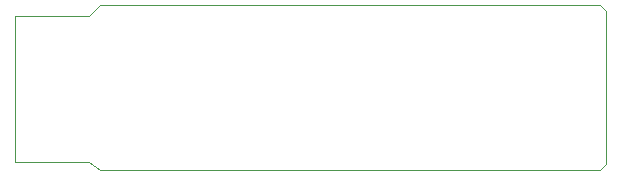
<source format=gbr>
G04 #@! TF.GenerationSoftware,KiCad,Pcbnew,7.0.7*
G04 #@! TF.CreationDate,2024-03-21T15:18:08+09:00*
G04 #@! TF.ProjectId,rs-probe,72732d70-726f-4626-952e-6b696361645f,rev?*
G04 #@! TF.SameCoordinates,Original*
G04 #@! TF.FileFunction,Profile,NP*
%FSLAX46Y46*%
G04 Gerber Fmt 4.6, Leading zero omitted, Abs format (unit mm)*
G04 Created by KiCad (PCBNEW 7.0.7) date 2024-03-21 15:18:08*
%MOMM*%
%LPD*%
G01*
G04 APERTURE LIST*
G04 #@! TA.AperFunction,Profile*
%ADD10C,0.100000*%
G04 #@! TD*
G04 APERTURE END LIST*
D10*
X136200000Y-99300000D02*
X137200000Y-100000000D01*
X179500000Y-100000000D02*
X137200000Y-100000000D01*
X130000000Y-99300000D02*
X130000000Y-86900000D01*
X180000000Y-99500000D02*
X179500000Y-100000000D01*
X137200000Y-86000000D02*
X179500000Y-86000000D01*
X136200000Y-99300000D02*
X130000000Y-99300000D01*
X179500000Y-86000000D02*
X180000000Y-86500000D01*
X136200000Y-86900000D02*
X137200000Y-86000000D01*
X136200000Y-86900000D02*
X130000000Y-86900000D01*
X180000000Y-86500000D02*
X180000000Y-99500000D01*
M02*

</source>
